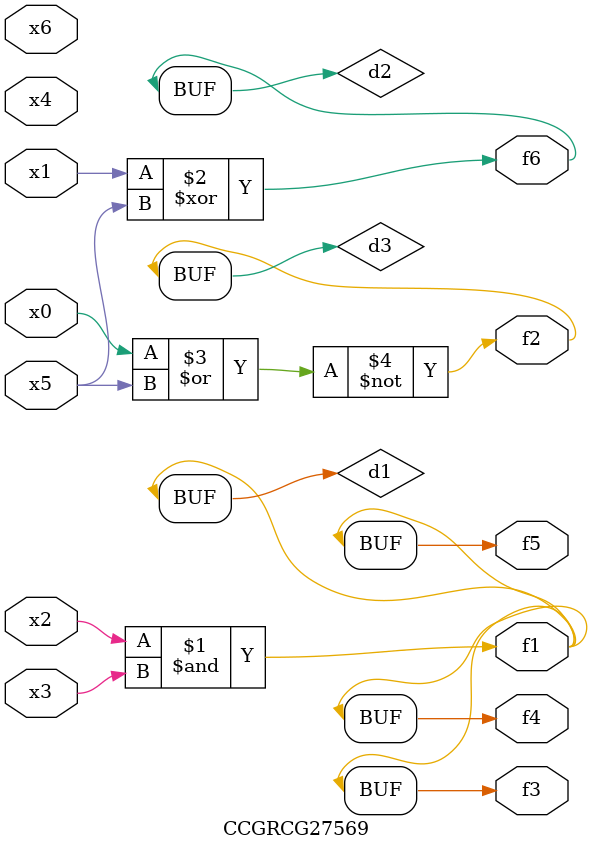
<source format=v>
module CCGRCG27569(
	input x0, x1, x2, x3, x4, x5, x6,
	output f1, f2, f3, f4, f5, f6
);

	wire d1, d2, d3;

	and (d1, x2, x3);
	xor (d2, x1, x5);
	nor (d3, x0, x5);
	assign f1 = d1;
	assign f2 = d3;
	assign f3 = d1;
	assign f4 = d1;
	assign f5 = d1;
	assign f6 = d2;
endmodule

</source>
